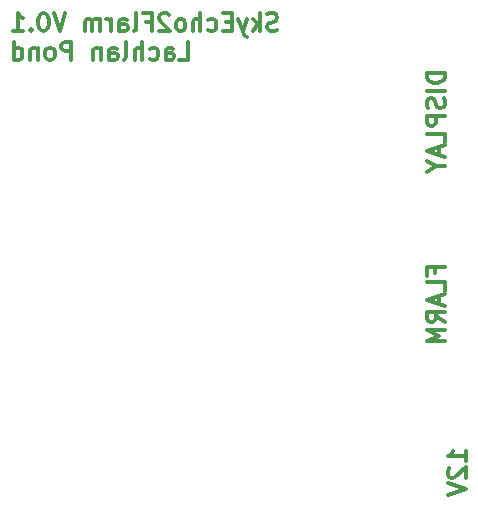
<source format=gbo>
%TF.GenerationSoftware,KiCad,Pcbnew,6.0.6-3a73a75311~116~ubuntu21.10.1*%
%TF.CreationDate,2022-12-30T19:01:54+10:00*%
%TF.ProjectId,SkyEcho2FlarmHat,536b7945-6368-46f3-9246-6c61726d4861,rev?*%
%TF.SameCoordinates,Original*%
%TF.FileFunction,Legend,Bot*%
%TF.FilePolarity,Positive*%
%FSLAX46Y46*%
G04 Gerber Fmt 4.6, Leading zero omitted, Abs format (unit mm)*
G04 Created by KiCad (PCBNEW 6.0.6-3a73a75311~116~ubuntu21.10.1) date 2022-12-30 19:01:54*
%MOMM*%
%LPD*%
G01*
G04 APERTURE LIST*
%ADD10C,0.300000*%
%ADD11R,2.000000X4.600000*%
%ADD12O,2.000000X4.200000*%
%ADD13O,4.200000X2.000000*%
%ADD14C,1.700000*%
%ADD15C,2.360000*%
%ADD16R,2.000000X2.000000*%
%ADD17O,2.000000X1.600000*%
G04 APERTURE END LIST*
D10*
X96497857Y-29625642D02*
X96283571Y-29697071D01*
X95926428Y-29697071D01*
X95783571Y-29625642D01*
X95712142Y-29554214D01*
X95640714Y-29411357D01*
X95640714Y-29268500D01*
X95712142Y-29125642D01*
X95783571Y-29054214D01*
X95926428Y-28982785D01*
X96212142Y-28911357D01*
X96355000Y-28839928D01*
X96426428Y-28768500D01*
X96497857Y-28625642D01*
X96497857Y-28482785D01*
X96426428Y-28339928D01*
X96355000Y-28268500D01*
X96212142Y-28197071D01*
X95855000Y-28197071D01*
X95640714Y-28268500D01*
X94997857Y-29697071D02*
X94997857Y-28197071D01*
X94855000Y-29125642D02*
X94426428Y-29697071D01*
X94426428Y-28697071D02*
X94997857Y-29268500D01*
X93926428Y-28697071D02*
X93569285Y-29697071D01*
X93212142Y-28697071D02*
X93569285Y-29697071D01*
X93712142Y-30054214D01*
X93783571Y-30125642D01*
X93926428Y-30197071D01*
X92640714Y-28911357D02*
X92140714Y-28911357D01*
X91926428Y-29697071D02*
X92640714Y-29697071D01*
X92640714Y-28197071D01*
X91926428Y-28197071D01*
X90640714Y-29625642D02*
X90783571Y-29697071D01*
X91069285Y-29697071D01*
X91212142Y-29625642D01*
X91283571Y-29554214D01*
X91355000Y-29411357D01*
X91355000Y-28982785D01*
X91283571Y-28839928D01*
X91212142Y-28768500D01*
X91069285Y-28697071D01*
X90783571Y-28697071D01*
X90640714Y-28768500D01*
X89997857Y-29697071D02*
X89997857Y-28197071D01*
X89355000Y-29697071D02*
X89355000Y-28911357D01*
X89426428Y-28768500D01*
X89569285Y-28697071D01*
X89783571Y-28697071D01*
X89926428Y-28768500D01*
X89997857Y-28839928D01*
X88426428Y-29697071D02*
X88569285Y-29625642D01*
X88640714Y-29554214D01*
X88712142Y-29411357D01*
X88712142Y-28982785D01*
X88640714Y-28839928D01*
X88569285Y-28768500D01*
X88426428Y-28697071D01*
X88212142Y-28697071D01*
X88069285Y-28768500D01*
X87997857Y-28839928D01*
X87926428Y-28982785D01*
X87926428Y-29411357D01*
X87997857Y-29554214D01*
X88069285Y-29625642D01*
X88212142Y-29697071D01*
X88426428Y-29697071D01*
X87355000Y-28339928D02*
X87283571Y-28268500D01*
X87140714Y-28197071D01*
X86783571Y-28197071D01*
X86640714Y-28268500D01*
X86569285Y-28339928D01*
X86497857Y-28482785D01*
X86497857Y-28625642D01*
X86569285Y-28839928D01*
X87426428Y-29697071D01*
X86497857Y-29697071D01*
X85355000Y-28911357D02*
X85855000Y-28911357D01*
X85855000Y-29697071D02*
X85855000Y-28197071D01*
X85140714Y-28197071D01*
X84355000Y-29697071D02*
X84497857Y-29625642D01*
X84569285Y-29482785D01*
X84569285Y-28197071D01*
X83140714Y-29697071D02*
X83140714Y-28911357D01*
X83212142Y-28768500D01*
X83355000Y-28697071D01*
X83640714Y-28697071D01*
X83783571Y-28768500D01*
X83140714Y-29625642D02*
X83283571Y-29697071D01*
X83640714Y-29697071D01*
X83783571Y-29625642D01*
X83855000Y-29482785D01*
X83855000Y-29339928D01*
X83783571Y-29197071D01*
X83640714Y-29125642D01*
X83283571Y-29125642D01*
X83140714Y-29054214D01*
X82426428Y-29697071D02*
X82426428Y-28697071D01*
X82426428Y-28982785D02*
X82355000Y-28839928D01*
X82283571Y-28768500D01*
X82140714Y-28697071D01*
X81997857Y-28697071D01*
X81497857Y-29697071D02*
X81497857Y-28697071D01*
X81497857Y-28839928D02*
X81426428Y-28768500D01*
X81283571Y-28697071D01*
X81069285Y-28697071D01*
X80926428Y-28768500D01*
X80855000Y-28911357D01*
X80855000Y-29697071D01*
X80855000Y-28911357D02*
X80783571Y-28768500D01*
X80640714Y-28697071D01*
X80426428Y-28697071D01*
X80283571Y-28768500D01*
X80212142Y-28911357D01*
X80212142Y-29697071D01*
X78569285Y-28197071D02*
X78069285Y-29697071D01*
X77569285Y-28197071D01*
X76783571Y-28197071D02*
X76640714Y-28197071D01*
X76497857Y-28268500D01*
X76426428Y-28339928D01*
X76355000Y-28482785D01*
X76283571Y-28768500D01*
X76283571Y-29125642D01*
X76355000Y-29411357D01*
X76426428Y-29554214D01*
X76497857Y-29625642D01*
X76640714Y-29697071D01*
X76783571Y-29697071D01*
X76926428Y-29625642D01*
X76997857Y-29554214D01*
X77069285Y-29411357D01*
X77140714Y-29125642D01*
X77140714Y-28768500D01*
X77069285Y-28482785D01*
X76997857Y-28339928D01*
X76926428Y-28268500D01*
X76783571Y-28197071D01*
X75640714Y-29554214D02*
X75569285Y-29625642D01*
X75640714Y-29697071D01*
X75712142Y-29625642D01*
X75640714Y-29554214D01*
X75640714Y-29697071D01*
X74140714Y-29697071D02*
X74997857Y-29697071D01*
X74569285Y-29697071D02*
X74569285Y-28197071D01*
X74712142Y-28411357D01*
X74855000Y-28554214D01*
X74997857Y-28625642D01*
X88212142Y-32112071D02*
X88926428Y-32112071D01*
X88926428Y-30612071D01*
X87069285Y-32112071D02*
X87069285Y-31326357D01*
X87140714Y-31183500D01*
X87283571Y-31112071D01*
X87569285Y-31112071D01*
X87712142Y-31183500D01*
X87069285Y-32040642D02*
X87212142Y-32112071D01*
X87569285Y-32112071D01*
X87712142Y-32040642D01*
X87783571Y-31897785D01*
X87783571Y-31754928D01*
X87712142Y-31612071D01*
X87569285Y-31540642D01*
X87212142Y-31540642D01*
X87069285Y-31469214D01*
X85712142Y-32040642D02*
X85855000Y-32112071D01*
X86140714Y-32112071D01*
X86283571Y-32040642D01*
X86355000Y-31969214D01*
X86426428Y-31826357D01*
X86426428Y-31397785D01*
X86355000Y-31254928D01*
X86283571Y-31183500D01*
X86140714Y-31112071D01*
X85855000Y-31112071D01*
X85712142Y-31183500D01*
X85069285Y-32112071D02*
X85069285Y-30612071D01*
X84426428Y-32112071D02*
X84426428Y-31326357D01*
X84497857Y-31183500D01*
X84640714Y-31112071D01*
X84855000Y-31112071D01*
X84997857Y-31183500D01*
X85069285Y-31254928D01*
X83497857Y-32112071D02*
X83640714Y-32040642D01*
X83712142Y-31897785D01*
X83712142Y-30612071D01*
X82283571Y-32112071D02*
X82283571Y-31326357D01*
X82355000Y-31183500D01*
X82497857Y-31112071D01*
X82783571Y-31112071D01*
X82926428Y-31183500D01*
X82283571Y-32040642D02*
X82426428Y-32112071D01*
X82783571Y-32112071D01*
X82926428Y-32040642D01*
X82997857Y-31897785D01*
X82997857Y-31754928D01*
X82926428Y-31612071D01*
X82783571Y-31540642D01*
X82426428Y-31540642D01*
X82283571Y-31469214D01*
X81569285Y-31112071D02*
X81569285Y-32112071D01*
X81569285Y-31254928D02*
X81497857Y-31183500D01*
X81355000Y-31112071D01*
X81140714Y-31112071D01*
X80997857Y-31183500D01*
X80926428Y-31326357D01*
X80926428Y-32112071D01*
X79069285Y-32112071D02*
X79069285Y-30612071D01*
X78497857Y-30612071D01*
X78355000Y-30683500D01*
X78283571Y-30754928D01*
X78212142Y-30897785D01*
X78212142Y-31112071D01*
X78283571Y-31254928D01*
X78355000Y-31326357D01*
X78497857Y-31397785D01*
X79069285Y-31397785D01*
X77355000Y-32112071D02*
X77497857Y-32040642D01*
X77569285Y-31969214D01*
X77640714Y-31826357D01*
X77640714Y-31397785D01*
X77569285Y-31254928D01*
X77497857Y-31183500D01*
X77355000Y-31112071D01*
X77140714Y-31112071D01*
X76997857Y-31183500D01*
X76926428Y-31254928D01*
X76855000Y-31397785D01*
X76855000Y-31826357D01*
X76926428Y-31969214D01*
X76997857Y-32040642D01*
X77140714Y-32112071D01*
X77355000Y-32112071D01*
X76212142Y-31112071D02*
X76212142Y-32112071D01*
X76212142Y-31254928D02*
X76140714Y-31183500D01*
X75997857Y-31112071D01*
X75783571Y-31112071D01*
X75640714Y-31183500D01*
X75569285Y-31326357D01*
X75569285Y-32112071D01*
X74212142Y-32112071D02*
X74212142Y-30612071D01*
X74212142Y-32040642D02*
X74355000Y-32112071D01*
X74640714Y-32112071D01*
X74783571Y-32040642D01*
X74855000Y-31969214D01*
X74926428Y-31826357D01*
X74926428Y-31397785D01*
X74855000Y-31254928D01*
X74783571Y-31183500D01*
X74640714Y-31112071D01*
X74355000Y-31112071D01*
X74212142Y-31183500D01*
X112438571Y-66127428D02*
X112438571Y-65270285D01*
X112438571Y-65698857D02*
X110938571Y-65698857D01*
X111152857Y-65556000D01*
X111295714Y-65413142D01*
X111367142Y-65270285D01*
X111081428Y-66698857D02*
X111010000Y-66770285D01*
X110938571Y-66913142D01*
X110938571Y-67270285D01*
X111010000Y-67413142D01*
X111081428Y-67484571D01*
X111224285Y-67556000D01*
X111367142Y-67556000D01*
X111581428Y-67484571D01*
X112438571Y-66627428D01*
X112438571Y-67556000D01*
X110938571Y-67984571D02*
X112438571Y-68484571D01*
X110938571Y-68984571D01*
X110660571Y-33230857D02*
X109160571Y-33230857D01*
X109160571Y-33588000D01*
X109232000Y-33802285D01*
X109374857Y-33945142D01*
X109517714Y-34016571D01*
X109803428Y-34088000D01*
X110017714Y-34088000D01*
X110303428Y-34016571D01*
X110446285Y-33945142D01*
X110589142Y-33802285D01*
X110660571Y-33588000D01*
X110660571Y-33230857D01*
X110660571Y-34730857D02*
X109160571Y-34730857D01*
X110589142Y-35373714D02*
X110660571Y-35588000D01*
X110660571Y-35945142D01*
X110589142Y-36088000D01*
X110517714Y-36159428D01*
X110374857Y-36230857D01*
X110232000Y-36230857D01*
X110089142Y-36159428D01*
X110017714Y-36088000D01*
X109946285Y-35945142D01*
X109874857Y-35659428D01*
X109803428Y-35516571D01*
X109732000Y-35445142D01*
X109589142Y-35373714D01*
X109446285Y-35373714D01*
X109303428Y-35445142D01*
X109232000Y-35516571D01*
X109160571Y-35659428D01*
X109160571Y-36016571D01*
X109232000Y-36230857D01*
X110660571Y-36873714D02*
X109160571Y-36873714D01*
X109160571Y-37445142D01*
X109232000Y-37588000D01*
X109303428Y-37659428D01*
X109446285Y-37730857D01*
X109660571Y-37730857D01*
X109803428Y-37659428D01*
X109874857Y-37588000D01*
X109946285Y-37445142D01*
X109946285Y-36873714D01*
X110660571Y-39088000D02*
X110660571Y-38373714D01*
X109160571Y-38373714D01*
X110232000Y-39516571D02*
X110232000Y-40230857D01*
X110660571Y-39373714D02*
X109160571Y-39873714D01*
X110660571Y-40373714D01*
X109946285Y-41159428D02*
X110660571Y-41159428D01*
X109160571Y-40659428D02*
X109946285Y-41159428D01*
X109160571Y-41659428D01*
X109874857Y-50189142D02*
X109874857Y-49689142D01*
X110660571Y-49689142D02*
X109160571Y-49689142D01*
X109160571Y-50403428D01*
X110660571Y-51689142D02*
X110660571Y-50974857D01*
X109160571Y-50974857D01*
X110232000Y-52117714D02*
X110232000Y-52832000D01*
X110660571Y-51974857D02*
X109160571Y-52474857D01*
X110660571Y-52974857D01*
X110660571Y-54332000D02*
X109946285Y-53832000D01*
X110660571Y-53474857D02*
X109160571Y-53474857D01*
X109160571Y-54046285D01*
X109232000Y-54189142D01*
X109303428Y-54260571D01*
X109446285Y-54332000D01*
X109660571Y-54332000D01*
X109803428Y-54260571D01*
X109874857Y-54189142D01*
X109946285Y-54046285D01*
X109946285Y-53474857D01*
X110660571Y-54974857D02*
X109160571Y-54974857D01*
X110232000Y-55474857D01*
X109160571Y-55974857D01*
X110660571Y-55974857D01*
%LPC*%
D11*
%TO.C,J1*%
X103124000Y-67148000D03*
D12*
X109424000Y-67148000D03*
D13*
X106024000Y-62348000D03*
%TD*%
D14*
%TO.C,J3*%
X107202000Y-55392000D03*
X104662000Y-54372000D03*
X107202000Y-53352000D03*
X104662000Y-52332000D03*
X107202000Y-51312000D03*
X104662000Y-50292000D03*
D15*
X109492000Y-46842000D03*
X109492000Y-58842000D03*
%TD*%
%TO.C,J2*%
X109492000Y-43348000D03*
X109492000Y-31348000D03*
D14*
X104662000Y-34798000D03*
X107202000Y-35818000D03*
X104662000Y-36838000D03*
X107202000Y-37858000D03*
X104662000Y-38878000D03*
X107202000Y-39898000D03*
%TD*%
D16*
%TO.C,U3*%
X75415000Y-36830000D03*
D17*
X75415000Y-39370000D03*
X75415000Y-41910000D03*
X75415000Y-44450000D03*
X75415000Y-46990000D03*
X75415000Y-49530000D03*
X75415000Y-52070000D03*
X75415000Y-54610000D03*
X98275000Y-54610000D03*
X98275000Y-52070000D03*
X98275000Y-49530000D03*
X98275000Y-46990000D03*
X98275000Y-44450000D03*
X98275000Y-41910000D03*
X98275000Y-39370000D03*
X98275000Y-36830000D03*
%TD*%
M02*

</source>
